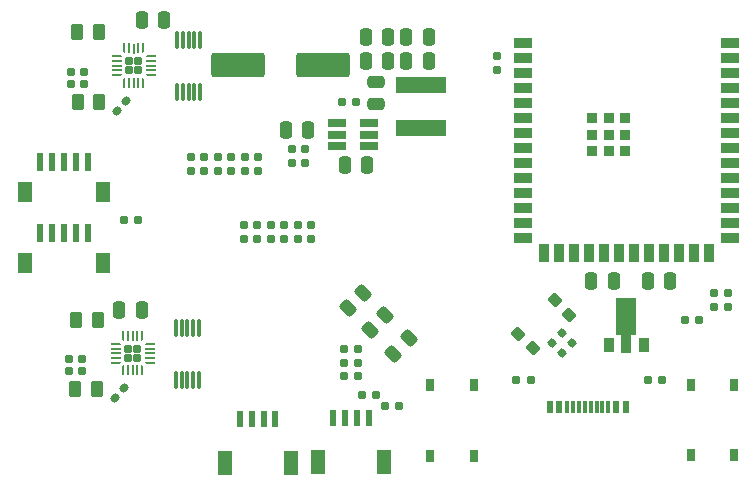
<source format=gbr>
%TF.GenerationSoftware,KiCad,Pcbnew,7.0.2*%
%TF.CreationDate,2024-03-26T23:12:22-04:00*%
%TF.ProjectId,mini_motor_go_V1_rev3,6d696e69-5f6d-46f7-946f-725f676f5f56,rev?*%
%TF.SameCoordinates,Original*%
%TF.FileFunction,Paste,Top*%
%TF.FilePolarity,Positive*%
%FSLAX46Y46*%
G04 Gerber Fmt 4.6, Leading zero omitted, Abs format (unit mm)*
G04 Created by KiCad (PCBNEW 7.0.2) date 2024-03-26 23:12:22*
%MOMM*%
%LPD*%
G01*
G04 APERTURE LIST*
G04 Aperture macros list*
%AMRoundRect*
0 Rectangle with rounded corners*
0 $1 Rounding radius*
0 $2 $3 $4 $5 $6 $7 $8 $9 X,Y pos of 4 corners*
0 Add a 4 corners polygon primitive as box body*
4,1,4,$2,$3,$4,$5,$6,$7,$8,$9,$2,$3,0*
0 Add four circle primitives for the rounded corners*
1,1,$1+$1,$2,$3*
1,1,$1+$1,$4,$5*
1,1,$1+$1,$6,$7*
1,1,$1+$1,$8,$9*
0 Add four rect primitives between the rounded corners*
20,1,$1+$1,$2,$3,$4,$5,0*
20,1,$1+$1,$4,$5,$6,$7,0*
20,1,$1+$1,$6,$7,$8,$9,0*
20,1,$1+$1,$8,$9,$2,$3,0*%
%AMFreePoly0*
4,1,14,0.289644,0.110355,0.410355,-0.010356,0.425000,-0.045711,0.425000,-0.075000,0.410355,-0.110355,0.375000,-0.125000,-0.375000,-0.125000,-0.410355,-0.110355,-0.425000,-0.075000,-0.425000,0.075000,-0.410355,0.110355,-0.375000,0.125000,0.254289,0.125000,0.289644,0.110355,0.289644,0.110355,$1*%
%AMFreePoly1*
4,1,14,0.410355,0.110355,0.425000,0.075000,0.425000,0.045711,0.410355,0.010356,0.289644,-0.110355,0.254289,-0.125000,-0.375000,-0.125000,-0.410355,-0.110355,-0.425000,-0.075000,-0.425000,0.075000,-0.410355,0.110355,-0.375000,0.125000,0.375000,0.125000,0.410355,0.110355,0.410355,0.110355,$1*%
%AMFreePoly2*
4,1,14,0.110355,0.410355,0.125000,0.375000,0.125000,-0.375000,0.110355,-0.410355,0.075000,-0.425000,-0.075000,-0.425000,-0.110355,-0.410355,-0.125000,-0.375000,-0.125000,0.254289,-0.110355,0.289644,0.010356,0.410355,0.045711,0.425000,0.075000,0.425000,0.110355,0.410355,0.110355,0.410355,$1*%
%AMFreePoly3*
4,1,14,-0.010356,0.410355,0.110355,0.289644,0.125000,0.254289,0.125000,-0.375000,0.110355,-0.410355,0.075000,-0.425000,-0.075000,-0.425000,-0.110355,-0.410355,-0.125000,-0.375000,-0.125000,0.375000,-0.110355,0.410355,-0.075000,0.425000,-0.045711,0.425000,-0.010356,0.410355,-0.010356,0.410355,$1*%
%AMFreePoly4*
4,1,14,0.410355,0.110355,0.425000,0.075000,0.425000,-0.075000,0.410355,-0.110355,0.375000,-0.125000,-0.254289,-0.125000,-0.289644,-0.110355,-0.410355,0.010356,-0.425000,0.045711,-0.425000,0.075000,-0.410355,0.110355,-0.375000,0.125000,0.375000,0.125000,0.410355,0.110355,0.410355,0.110355,$1*%
%AMFreePoly5*
4,1,14,0.410355,0.110355,0.425000,0.075000,0.425000,-0.075000,0.410355,-0.110355,0.375000,-0.125000,-0.375000,-0.125000,-0.410355,-0.110355,-0.425000,-0.075000,-0.425000,-0.045711,-0.410355,-0.010356,-0.289644,0.110355,-0.254289,0.125000,0.375000,0.125000,0.410355,0.110355,0.410355,0.110355,$1*%
%AMFreePoly6*
4,1,14,0.110355,0.410355,0.125000,0.375000,0.125000,-0.254289,0.110355,-0.289644,-0.010356,-0.410355,-0.045711,-0.425000,-0.075000,-0.425000,-0.110355,-0.410355,-0.125000,-0.375000,-0.125000,0.375000,-0.110355,0.410355,-0.075000,0.425000,0.075000,0.425000,0.110355,0.410355,0.110355,0.410355,$1*%
%AMFreePoly7*
4,1,14,0.110355,0.410355,0.125000,0.375000,0.125000,-0.375000,0.110355,-0.410355,0.075000,-0.425000,0.045711,-0.425000,0.010356,-0.410355,-0.110355,-0.289644,-0.125000,-0.254289,-0.125000,0.375000,-0.110355,0.410355,-0.075000,0.425000,0.075000,0.425000,0.110355,0.410355,0.110355,0.410355,$1*%
%AMFreePoly8*
4,1,9,3.862500,-0.866500,0.737500,-0.866500,0.737500,-0.450000,-0.737500,-0.450000,-0.737500,0.450000,0.737500,0.450000,0.737500,0.866500,3.862500,0.866500,3.862500,-0.866500,3.862500,-0.866500,$1*%
G04 Aperture macros list end*
%ADD10RoundRect,0.155000X0.040659X0.259862X-0.259862X-0.040659X-0.040659X-0.259862X0.259862X0.040659X0*%
%ADD11RoundRect,0.160000X0.160000X-0.197500X0.160000X0.197500X-0.160000X0.197500X-0.160000X-0.197500X0*%
%ADD12RoundRect,0.250000X0.250000X0.475000X-0.250000X0.475000X-0.250000X-0.475000X0.250000X-0.475000X0*%
%ADD13RoundRect,0.030000X0.120000X-0.695000X0.120000X0.695000X-0.120000X0.695000X-0.120000X-0.695000X0*%
%ADD14RoundRect,0.172500X0.172500X-0.172500X0.172500X0.172500X-0.172500X0.172500X-0.172500X-0.172500X0*%
%ADD15FreePoly0,90.000000*%
%ADD16RoundRect,0.062500X0.062500X-0.362500X0.062500X0.362500X-0.062500X0.362500X-0.062500X-0.362500X0*%
%ADD17FreePoly1,90.000000*%
%ADD18FreePoly2,90.000000*%
%ADD19RoundRect,0.062500X0.362500X-0.062500X0.362500X0.062500X-0.362500X0.062500X-0.362500X-0.062500X0*%
%ADD20FreePoly3,90.000000*%
%ADD21FreePoly4,90.000000*%
%ADD22RoundRect,0.062500X0.062500X-0.350000X0.062500X0.350000X-0.062500X0.350000X-0.062500X-0.350000X0*%
%ADD23FreePoly5,90.000000*%
%ADD24FreePoly6,90.000000*%
%ADD25FreePoly7,90.000000*%
%ADD26RoundRect,0.250000X-0.250000X-0.475000X0.250000X-0.475000X0.250000X0.475000X-0.250000X0.475000X0*%
%ADD27RoundRect,0.243750X0.150260X-0.494975X0.494975X-0.150260X-0.150260X0.494975X-0.494975X0.150260X0*%
%ADD28RoundRect,0.160000X-0.252791X0.026517X0.026517X-0.252791X0.252791X-0.026517X-0.026517X0.252791X0*%
%ADD29RoundRect,0.160000X0.197500X0.160000X-0.197500X0.160000X-0.197500X-0.160000X0.197500X-0.160000X0*%
%ADD30RoundRect,0.160000X-0.197500X-0.160000X0.197500X-0.160000X0.197500X0.160000X-0.197500X0.160000X0*%
%ADD31RoundRect,0.155000X-0.212500X-0.155000X0.212500X-0.155000X0.212500X0.155000X-0.212500X0.155000X0*%
%ADD32R,4.200000X1.400000*%
%ADD33RoundRect,0.250000X0.262500X0.450000X-0.262500X0.450000X-0.262500X-0.450000X0.262500X-0.450000X0*%
%ADD34R,0.600000X1.550000*%
%ADD35R,1.200000X1.800000*%
%ADD36RoundRect,0.160000X-0.160000X0.197500X-0.160000X-0.197500X0.160000X-0.197500X0.160000X0.197500X0*%
%ADD37R,0.599440X1.348740*%
%ADD38R,1.198880X1.998980*%
%ADD39R,0.700000X1.000000*%
%ADD40RoundRect,0.155000X0.212500X0.155000X-0.212500X0.155000X-0.212500X-0.155000X0.212500X-0.155000X0*%
%ADD41R,1.500000X0.900000*%
%ADD42R,0.900000X1.500000*%
%ADD43R,0.900000X0.900000*%
%ADD44RoundRect,0.237500X0.380070X-0.044194X-0.044194X0.380070X-0.380070X0.044194X0.044194X-0.380070X0*%
%ADD45R,1.560000X0.650000*%
%ADD46R,0.600000X1.100000*%
%ADD47R,0.300000X1.100000*%
%ADD48RoundRect,0.250001X1.999999X0.799999X-1.999999X0.799999X-1.999999X-0.799999X1.999999X-0.799999X0*%
%ADD49R,0.900000X1.300000*%
%ADD50FreePoly8,90.000000*%
%ADD51RoundRect,0.250000X-0.475000X0.250000X-0.475000X-0.250000X0.475000X-0.250000X0.475000X0.250000X0*%
G04 APERTURE END LIST*
D10*
%TO.C,C2*%
X125134280Y-88444457D03*
X124331714Y-89247023D03*
%TD*%
D11*
%TO.C,R14*%
X135331749Y-70060966D03*
X135331749Y-68865966D03*
%TD*%
D12*
%TO.C,C13*%
X147475000Y-58675000D03*
X145575000Y-58675000D03*
%TD*%
D13*
%TO.C,U4*%
X129570599Y-63370400D03*
X130070599Y-63370400D03*
X130570599Y-63370400D03*
X131070599Y-63370400D03*
X131570599Y-63370400D03*
X131570599Y-58970400D03*
X131070599Y-58970400D03*
X130570599Y-58970400D03*
X130070599Y-58970400D03*
X129570599Y-58970400D03*
%TD*%
D14*
%TO.C,U2*%
X125531600Y-61536400D03*
X126331600Y-61536400D03*
X125531600Y-60736400D03*
X126331600Y-60736400D03*
D15*
X125131600Y-62586400D03*
D16*
X125531600Y-62586400D03*
X125931600Y-62586400D03*
X126331600Y-62586400D03*
D17*
X126731600Y-62586400D03*
D18*
X127381600Y-61936400D03*
D19*
X127381600Y-61536400D03*
X127381600Y-61136400D03*
X127381600Y-60736400D03*
D20*
X127381600Y-60336400D03*
D21*
X126731600Y-59686400D03*
D16*
X126331600Y-59686400D03*
D22*
X125931600Y-59698900D03*
D16*
X125531600Y-59686400D03*
D23*
X125131600Y-59686400D03*
D24*
X124481600Y-60336400D03*
D19*
X124481600Y-60736400D03*
X124481600Y-61136400D03*
X124481600Y-61536400D03*
D25*
X124481600Y-61936400D03*
%TD*%
D11*
%TO.C,R7*%
X133052632Y-70058317D03*
X133052632Y-68863317D03*
%TD*%
D26*
%TO.C,C18*%
X169445000Y-79365000D03*
X171345000Y-79365000D03*
%TD*%
D27*
%TO.C,D3*%
X144042618Y-81685208D03*
X145368444Y-80359382D03*
%TD*%
D26*
%TO.C,C17*%
X164655001Y-79405000D03*
X166555001Y-79405000D03*
%TD*%
D28*
%TO.C,R20*%
X161356561Y-84630176D03*
X162201553Y-85475168D03*
%TD*%
D13*
%TO.C,U3*%
X129479524Y-87726458D03*
X129979524Y-87726458D03*
X130479524Y-87726458D03*
X130979524Y-87726458D03*
X131479524Y-87726458D03*
X131479524Y-83326458D03*
X130979524Y-83326458D03*
X130479524Y-83326458D03*
X129979524Y-83326458D03*
X129479524Y-83326458D03*
%TD*%
D12*
%TO.C,C9*%
X150916079Y-60751361D03*
X149016079Y-60751361D03*
%TD*%
D29*
%TO.C,R25*%
X173781468Y-82714817D03*
X172586468Y-82714817D03*
%TD*%
D30*
%TO.C,R17*%
X143572500Y-64182000D03*
X144767500Y-64182000D03*
%TD*%
D29*
%TO.C,R33*%
X143730100Y-85160104D03*
X144925100Y-85160104D03*
%TD*%
D31*
%TO.C,C6*%
X120616900Y-62664000D03*
X121751900Y-62664000D03*
%TD*%
D32*
%TO.C,L1*%
X150223141Y-62751128D03*
X150223141Y-66451128D03*
%TD*%
D33*
%TO.C,R1*%
X122804801Y-88508832D03*
X120979801Y-88508832D03*
%TD*%
D29*
%TO.C,R22*%
X144932658Y-86282843D03*
X143737658Y-86282843D03*
%TD*%
D34*
%TO.C,J12*%
X122035000Y-75300000D03*
X121035000Y-75300000D03*
X120035000Y-75300000D03*
X119035000Y-75300000D03*
X118035000Y-75300000D03*
D35*
X123335000Y-77825000D03*
X116735000Y-77825000D03*
%TD*%
D11*
%TO.C,R5*%
X131909969Y-70061889D03*
X131909969Y-68866889D03*
%TD*%
D29*
%TO.C,R24*%
X170642456Y-87745727D03*
X169447456Y-87745727D03*
%TD*%
D28*
%TO.C,R21*%
X162181073Y-83771645D03*
X163026065Y-84616637D03*
%TD*%
D36*
%TO.C,R19*%
X140401910Y-68155397D03*
X140401910Y-69350397D03*
%TD*%
D37*
%TO.C,J5*%
X134931920Y-91075680D03*
X135932680Y-91075680D03*
X136928360Y-91075680D03*
X137929120Y-91075680D03*
D38*
X139229600Y-94748520D03*
X133631440Y-94748520D03*
%TD*%
D12*
%TO.C,C8*%
X128505000Y-57245000D03*
X126605000Y-57245000D03*
%TD*%
D39*
%TO.C,J7*%
X173084000Y-94138000D03*
X173084000Y-88138000D03*
X176784000Y-94138000D03*
X176784000Y-88138000D03*
%TD*%
D40*
%TO.C,C5*%
X121749900Y-61643600D03*
X120614900Y-61643600D03*
%TD*%
D12*
%TO.C,C11*%
X150906078Y-58691361D03*
X149006078Y-58691361D03*
%TD*%
D11*
%TO.C,R9*%
X130769483Y-70064606D03*
X130769483Y-68869606D03*
%TD*%
D41*
%TO.C,U1*%
X158890000Y-59260000D03*
X158890000Y-60530000D03*
X158890000Y-61800000D03*
X158890000Y-63070000D03*
X158890000Y-64340000D03*
X158890000Y-65610000D03*
X158890000Y-66880000D03*
X158890000Y-68150000D03*
X158890000Y-69420000D03*
X158890000Y-70690000D03*
X158890000Y-71960000D03*
X158890000Y-73230000D03*
X158890000Y-74500000D03*
X158890000Y-75770000D03*
D42*
X160655000Y-77020000D03*
X161925000Y-77020000D03*
X163195000Y-77020000D03*
X164465000Y-77020000D03*
X165735000Y-77020000D03*
X167005000Y-77020000D03*
X168275000Y-77020000D03*
X169545000Y-77020000D03*
X170815000Y-77020000D03*
X172085000Y-77020000D03*
X173355000Y-77020000D03*
X174625000Y-77020000D03*
D41*
X176390000Y-75770000D03*
X176390000Y-74500000D03*
X176390000Y-73230000D03*
X176390000Y-71960000D03*
X176390000Y-70690000D03*
X176390000Y-69420000D03*
X176390000Y-68150000D03*
X176390000Y-66880000D03*
X176390000Y-65610000D03*
X176390000Y-64340000D03*
X176390000Y-63070000D03*
X176390000Y-61800000D03*
X176390000Y-60530000D03*
X176390000Y-59260000D03*
D43*
X164740000Y-65580000D03*
X164740000Y-66980000D03*
X164740000Y-68380000D03*
X166140000Y-65580000D03*
X166140000Y-66980000D03*
X166140000Y-68380000D03*
X167540000Y-65580000D03*
X167540000Y-66980000D03*
X167540000Y-68380000D03*
%TD*%
D27*
%TO.C,D2*%
X145913411Y-83556001D03*
X147239237Y-82230175D03*
%TD*%
D11*
%TO.C,R10*%
X136472512Y-70058831D03*
X136472512Y-68863831D03*
%TD*%
D30*
%TO.C,R23*%
X158335161Y-87723495D03*
X159530161Y-87723495D03*
%TD*%
D36*
%TO.C,R11*%
X138669287Y-74616736D03*
X138669287Y-75811736D03*
%TD*%
%TO.C,R3*%
X140923006Y-74617427D03*
X140923006Y-75812427D03*
%TD*%
D30*
%TO.C,R27*%
X175035536Y-80395264D03*
X176230536Y-80395264D03*
%TD*%
%TO.C,R26*%
X175034864Y-81603353D03*
X176229864Y-81603353D03*
%TD*%
D40*
%TO.C,C1*%
X121565890Y-85977162D03*
X120430890Y-85977162D03*
%TD*%
D44*
%TO.C,C20*%
X159722421Y-85046421D03*
X158502661Y-83826661D03*
%TD*%
D31*
%TO.C,C3*%
X120435690Y-87000768D03*
X121570690Y-87000768D03*
%TD*%
D39*
%TO.C,J6*%
X151024197Y-94152726D03*
X151024197Y-88152726D03*
X154724197Y-94152726D03*
X154724197Y-88152726D03*
%TD*%
D33*
%TO.C,R2*%
X122878683Y-82673249D03*
X121053683Y-82673249D03*
%TD*%
D36*
%TO.C,R13*%
X136395397Y-74608928D03*
X136395397Y-75803928D03*
%TD*%
D45*
%TO.C,U7*%
X145856000Y-67934001D03*
X145856000Y-66984001D03*
X145856000Y-66034001D03*
X143156000Y-66034001D03*
X143156000Y-66984001D03*
X143156000Y-67934001D03*
%TD*%
D37*
%TO.C,J3*%
X142834173Y-90985775D03*
X143834933Y-90985775D03*
X144830613Y-90985775D03*
X145831373Y-90985775D03*
D38*
X147131853Y-94658615D03*
X141533693Y-94658615D03*
%TD*%
D46*
%TO.C,J11*%
X161170000Y-90000000D03*
X161970000Y-90000000D03*
D47*
X163120000Y-90000000D03*
X164120000Y-90000000D03*
X164620000Y-90000000D03*
X165620000Y-90000000D03*
D46*
X167570000Y-90000000D03*
X166770000Y-90000000D03*
D47*
X166120000Y-90000000D03*
X165120000Y-90000000D03*
X163620000Y-90000000D03*
X162620000Y-90000000D03*
%TD*%
D30*
%TO.C,R29*%
X145240150Y-88987791D03*
X146435150Y-88987791D03*
%TD*%
%TO.C,R31*%
X125072469Y-74246958D03*
X126267469Y-74246958D03*
%TD*%
D34*
%TO.C,J13*%
X122037570Y-69301563D03*
X121037570Y-69301563D03*
X120037570Y-69301563D03*
X119037570Y-69301563D03*
X118037570Y-69301563D03*
D35*
X123337570Y-71826563D03*
X116737570Y-71826563D03*
%TD*%
D36*
%TO.C,R30*%
X156723042Y-60354469D03*
X156723042Y-61549469D03*
%TD*%
D33*
%TO.C,R15*%
X123014799Y-64202415D03*
X121189799Y-64202415D03*
%TD*%
D48*
%TO.C,C10*%
X141935605Y-61085748D03*
X134735605Y-61085748D03*
%TD*%
D44*
%TO.C,C19*%
X162791634Y-82231208D03*
X161571874Y-81011448D03*
%TD*%
D36*
%TO.C,R6*%
X139819775Y-74626944D03*
X139819775Y-75821944D03*
%TD*%
D29*
%TO.C,R32*%
X144924463Y-87422886D03*
X143729463Y-87422886D03*
%TD*%
D26*
%TO.C,C16*%
X138820000Y-66616001D03*
X140720000Y-66616001D03*
%TD*%
D27*
%TO.C,D1*%
X149216663Y-84207601D03*
X147890837Y-85533427D03*
%TD*%
D11*
%TO.C,R12*%
X134192940Y-70059409D03*
X134192940Y-68864409D03*
%TD*%
D10*
%TO.C,C7*%
X125290615Y-64145637D03*
X124488049Y-64948203D03*
%TD*%
D33*
%TO.C,R16*%
X122970423Y-58313966D03*
X121145423Y-58313966D03*
%TD*%
D12*
%TO.C,C12*%
X147485000Y-60715000D03*
X145585000Y-60715000D03*
%TD*%
D14*
%TO.C,U5*%
X125439938Y-85894093D03*
X126239938Y-85894093D03*
X125439938Y-85094093D03*
X126239938Y-85094093D03*
D15*
X125039938Y-86944093D03*
D16*
X125439938Y-86944093D03*
X125839938Y-86944093D03*
X126239938Y-86944093D03*
D17*
X126639938Y-86944093D03*
D18*
X127289938Y-86294093D03*
D19*
X127289938Y-85894093D03*
X127289938Y-85494093D03*
X127289938Y-85094093D03*
D20*
X127289938Y-84694093D03*
D21*
X126639938Y-84044093D03*
D16*
X126239938Y-84044093D03*
D22*
X125839938Y-84056593D03*
D16*
X125439938Y-84044093D03*
D23*
X125039938Y-84044093D03*
D24*
X124389938Y-84694093D03*
D19*
X124389938Y-85094093D03*
X124389938Y-85494093D03*
X124389938Y-85894093D03*
D25*
X124389938Y-86294093D03*
%TD*%
D29*
%TO.C,R28*%
X148409250Y-89929808D03*
X147214250Y-89929808D03*
%TD*%
D12*
%TO.C,C4*%
X126625000Y-81815000D03*
X124725000Y-81815000D03*
%TD*%
D36*
%TO.C,R8*%
X135252962Y-74610975D03*
X135252962Y-75805975D03*
%TD*%
D12*
%TO.C,C15*%
X145722000Y-69528000D03*
X143822000Y-69528000D03*
%TD*%
D49*
%TO.C,U6*%
X166140001Y-84754000D03*
D50*
X167640001Y-84666500D03*
D49*
X169140001Y-84754000D03*
%TD*%
D51*
%TO.C,C14*%
X146465000Y-62495000D03*
X146465000Y-64395000D03*
%TD*%
D11*
%TO.C,R18*%
X139324867Y-69361496D03*
X139324867Y-68166496D03*
%TD*%
D36*
%TO.C,R4*%
X137516133Y-74612031D03*
X137516133Y-75807031D03*
%TD*%
M02*

</source>
